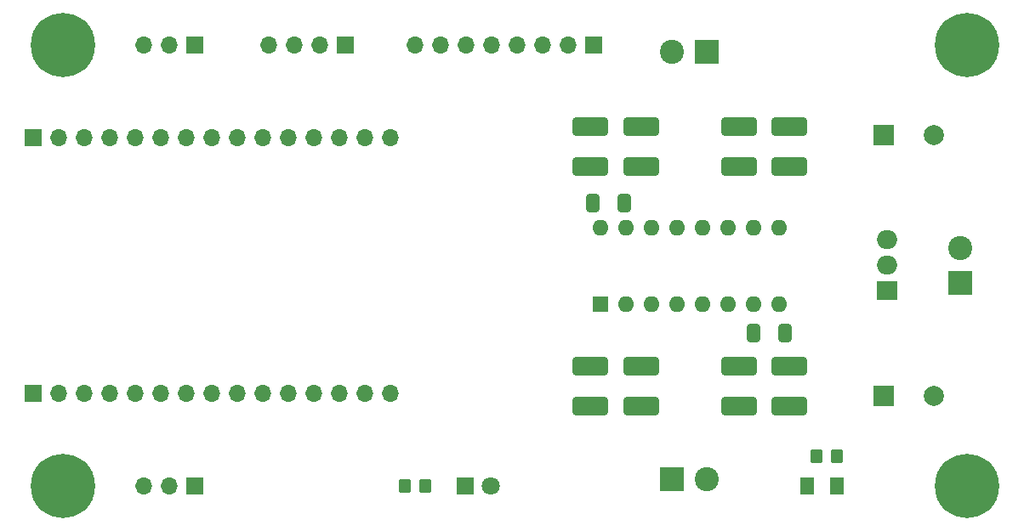
<source format=gbr>
%TF.GenerationSoftware,KiCad,Pcbnew,8.0.2*%
%TF.CreationDate,2024-05-31T22:22:53+03:00*%
%TF.ProjectId,mobrob,6d6f6272-6f62-42e6-9b69-6361645f7063,rev?*%
%TF.SameCoordinates,PX7bfa480PY6422c40*%
%TF.FileFunction,Soldermask,Top*%
%TF.FilePolarity,Negative*%
%FSLAX46Y46*%
G04 Gerber Fmt 4.6, Leading zero omitted, Abs format (unit mm)*
G04 Created by KiCad (PCBNEW 8.0.2) date 2024-05-31 22:22:53*
%MOMM*%
%LPD*%
G01*
G04 APERTURE LIST*
G04 Aperture macros list*
%AMRoundRect*
0 Rectangle with rounded corners*
0 $1 Rounding radius*
0 $2 $3 $4 $5 $6 $7 $8 $9 X,Y pos of 4 corners*
0 Add a 4 corners polygon primitive as box body*
4,1,4,$2,$3,$4,$5,$6,$7,$8,$9,$2,$3,0*
0 Add four circle primitives for the rounded corners*
1,1,$1+$1,$2,$3*
1,1,$1+$1,$4,$5*
1,1,$1+$1,$6,$7*
1,1,$1+$1,$8,$9*
0 Add four rect primitives between the rounded corners*
20,1,$1+$1,$2,$3,$4,$5,0*
20,1,$1+$1,$4,$5,$6,$7,0*
20,1,$1+$1,$6,$7,$8,$9,0*
20,1,$1+$1,$8,$9,$2,$3,0*%
G04 Aperture macros list end*
%ADD10R,2.400000X2.400000*%
%ADD11C,2.400000*%
%ADD12C,0.800000*%
%ADD13C,6.400000*%
%ADD14R,2.000000X2.000000*%
%ADD15C,2.000000*%
%ADD16RoundRect,0.250000X-1.500000X-0.650000X1.500000X-0.650000X1.500000X0.650000X-1.500000X0.650000X0*%
%ADD17RoundRect,0.250000X0.412500X0.650000X-0.412500X0.650000X-0.412500X-0.650000X0.412500X-0.650000X0*%
%ADD18R,1.800000X1.800000*%
%ADD19C,1.800000*%
%ADD20RoundRect,0.250000X0.350000X0.450000X-0.350000X0.450000X-0.350000X-0.450000X0.350000X-0.450000X0*%
%ADD21RoundRect,0.250000X-0.412500X-0.650000X0.412500X-0.650000X0.412500X0.650000X-0.412500X0.650000X0*%
%ADD22R,1.700000X1.700000*%
%ADD23O,1.700000X1.700000*%
%ADD24R,2.000000X1.905000*%
%ADD25O,2.000000X1.905000*%
%ADD26RoundRect,0.250000X1.500000X0.650000X-1.500000X0.650000X-1.500000X-0.650000X1.500000X-0.650000X0*%
%ADD27RoundRect,0.250001X0.462499X0.624999X-0.462499X0.624999X-0.462499X-0.624999X0.462499X-0.624999X0*%
%ADD28R,1.600000X1.600000*%
%ADD29O,1.600000X1.600000*%
G04 APERTURE END LIST*
D10*
%TO.C,J2*%
X65600000Y5700000D03*
D11*
X69100000Y5700000D03*
%TD*%
D12*
%TO.C,H3*%
X92600000Y49000000D03*
X93302944Y50697056D03*
X93302944Y47302944D03*
X95000000Y51400000D03*
D13*
X95000000Y49000000D03*
D12*
X95000000Y46600000D03*
X96697056Y50697056D03*
X96697056Y47302944D03*
X97400000Y49000000D03*
%TD*%
D14*
%TO.C,C1*%
X86632323Y14000000D03*
D15*
X91632323Y14000000D03*
%TD*%
D12*
%TO.C,H2*%
X92600000Y5000000D03*
X93302944Y6697056D03*
X93302944Y3302944D03*
X95000000Y7400000D03*
D13*
X95000000Y5000000D03*
D12*
X95000000Y2600000D03*
X96697056Y6697056D03*
X96697056Y3302944D03*
X97400000Y5000000D03*
%TD*%
D16*
%TO.C,D4*%
X72250000Y13000000D03*
X77250000Y13000000D03*
%TD*%
D17*
%TO.C,C4*%
X76875000Y20250000D03*
X73750000Y20250000D03*
%TD*%
D16*
%TO.C,D1*%
X57500000Y17000000D03*
X62500000Y17000000D03*
%TD*%
D18*
%TO.C,D9*%
X45000000Y5000000D03*
D19*
X47540000Y5000000D03*
%TD*%
D10*
%TO.C,J3*%
X94300000Y25250000D03*
D11*
X94300000Y28750000D03*
%TD*%
D20*
%TO.C,R2*%
X41000000Y5000000D03*
X39000000Y5000000D03*
%TD*%
D21*
%TO.C,C3*%
X57750000Y33250000D03*
X60875000Y33250000D03*
%TD*%
D22*
%TO.C,J8*%
X57780000Y49000000D03*
D23*
X55240000Y49000000D03*
X52700000Y49000000D03*
X50160000Y49000000D03*
X47620000Y49000000D03*
X45080000Y49000000D03*
X42540000Y49000000D03*
X40000000Y49000000D03*
%TD*%
D10*
%TO.C,J1*%
X69100000Y48300000D03*
D11*
X65600000Y48300000D03*
%TD*%
D24*
%TO.C,U2*%
X87000000Y24460000D03*
D25*
X87000000Y27000000D03*
X87000000Y29540000D03*
%TD*%
D22*
%TO.C,J5*%
X1980000Y39750000D03*
D23*
X4520000Y39750000D03*
X7060000Y39750000D03*
X9600000Y39750000D03*
X12140000Y39750000D03*
X14680000Y39750000D03*
X17220000Y39750000D03*
X19760000Y39750000D03*
X22300000Y39750000D03*
X24840000Y39750000D03*
X27380000Y39750000D03*
X29920000Y39750000D03*
X32460000Y39750000D03*
X35000000Y39750000D03*
X37540000Y39750000D03*
%TD*%
D26*
%TO.C,D3*%
X77250000Y17000000D03*
X72250000Y17000000D03*
%TD*%
D12*
%TO.C,H4*%
X2600000Y49000000D03*
X3302944Y50697056D03*
X3302944Y47302944D03*
X5000000Y51400000D03*
D13*
X5000000Y49000000D03*
D12*
X5000000Y46600000D03*
X6697056Y50697056D03*
X6697056Y47302944D03*
X7400000Y49000000D03*
%TD*%
D26*
%TO.C,D2*%
X62500000Y13000000D03*
X57500000Y13000000D03*
%TD*%
%TO.C,D8*%
X62500000Y40840000D03*
X57500000Y40840000D03*
%TD*%
D27*
%TO.C,D10*%
X81987500Y5000000D03*
X79012500Y5000000D03*
%TD*%
D28*
%TO.C,U1*%
X58460000Y23130000D03*
D29*
X61000000Y23130000D03*
X63540000Y23130000D03*
X66080000Y23130000D03*
X68620000Y23130000D03*
X71160000Y23130000D03*
X73700000Y23130000D03*
X76240000Y23130000D03*
X76240000Y30750000D03*
X73700000Y30750000D03*
X71160000Y30750000D03*
X68620000Y30750000D03*
X66080000Y30750000D03*
X63540000Y30750000D03*
X61000000Y30750000D03*
X58460000Y30750000D03*
%TD*%
D22*
%TO.C,J6*%
X18080000Y5000000D03*
D23*
X15540000Y5000000D03*
X13000000Y5000000D03*
%TD*%
D14*
%TO.C,C2*%
X86632323Y40000000D03*
D15*
X91632323Y40000000D03*
%TD*%
D12*
%TO.C,H1*%
X2600000Y5000000D03*
X3302944Y6697056D03*
X3302944Y3302944D03*
X5000000Y7400000D03*
D13*
X5000000Y5000000D03*
D12*
X5000000Y2600000D03*
X6697056Y6697056D03*
X6697056Y3302944D03*
X7400000Y5000000D03*
%TD*%
D23*
%TO.C,J4*%
X37560000Y14250000D03*
X35020000Y14250000D03*
X32480000Y14250000D03*
X29940000Y14250000D03*
X27400000Y14250000D03*
X24860000Y14250000D03*
X22320000Y14250000D03*
X19780000Y14250000D03*
X17240000Y14250000D03*
X14700000Y14250000D03*
X12160000Y14250000D03*
X9620000Y14250000D03*
X7080000Y14250000D03*
X4540000Y14250000D03*
D22*
X2000000Y14250000D03*
%TD*%
%TO.C,J7*%
X18080000Y49000000D03*
D23*
X15540000Y49000000D03*
X13000000Y49000000D03*
%TD*%
D16*
%TO.C,D6*%
X72250000Y40840000D03*
X77250000Y40840000D03*
%TD*%
%TO.C,D7*%
X57500000Y36840000D03*
X62500000Y36840000D03*
%TD*%
D20*
%TO.C,R1*%
X81987500Y8000000D03*
X79987500Y8000000D03*
%TD*%
D22*
%TO.C,J9*%
X33080000Y49000000D03*
D23*
X30540000Y49000000D03*
X28000000Y49000000D03*
X25460000Y49000000D03*
%TD*%
D26*
%TO.C,D5*%
X77250000Y36840000D03*
X72250000Y36840000D03*
%TD*%
M02*

</source>
